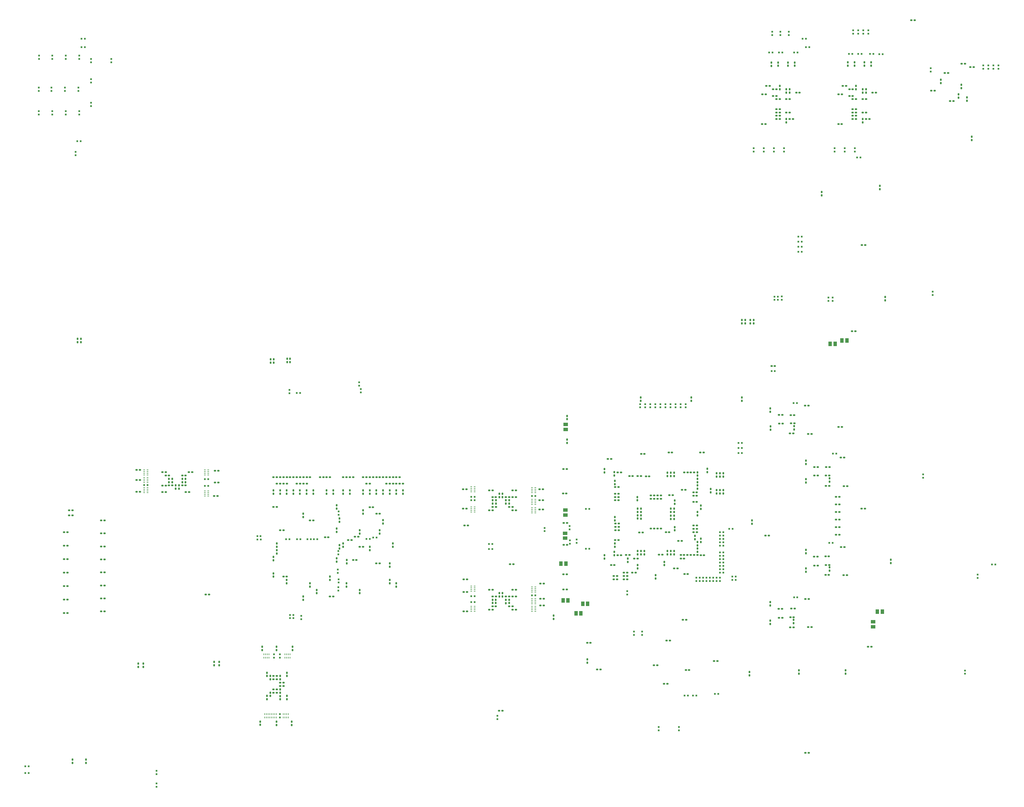
<source format=gbp>
%FSLAX25Y25*%
%MOIN*%
G70*
G01*
G75*
G04 Layer_Color=128*
%ADD10C,0.00500*%
%ADD11C,0.00500*%
G04:AMPARAMS|DCode=12|XSize=19.69mil|YSize=23.62mil|CornerRadius=4.92mil|HoleSize=0mil|Usage=FLASHONLY|Rotation=90.000|XOffset=0mil|YOffset=0mil|HoleType=Round|Shape=RoundedRectangle|*
%AMROUNDEDRECTD12*
21,1,0.01969,0.01378,0,0,90.0*
21,1,0.00984,0.02362,0,0,90.0*
1,1,0.00984,0.00689,0.00492*
1,1,0.00984,0.00689,-0.00492*
1,1,0.00984,-0.00689,-0.00492*
1,1,0.00984,-0.00689,0.00492*
%
%ADD12ROUNDEDRECTD12*%
%ADD13R,0.02362X0.02362*%
G04:AMPARAMS|DCode=14|XSize=19.69mil|YSize=23.62mil|CornerRadius=4.92mil|HoleSize=0mil|Usage=FLASHONLY|Rotation=0.000|XOffset=0mil|YOffset=0mil|HoleType=Round|Shape=RoundedRectangle|*
%AMROUNDEDRECTD14*
21,1,0.01969,0.01378,0,0,0.0*
21,1,0.00984,0.02362,0,0,0.0*
1,1,0.00984,0.00492,-0.00689*
1,1,0.00984,-0.00492,-0.00689*
1,1,0.00984,-0.00492,0.00689*
1,1,0.00984,0.00492,0.00689*
%
%ADD14ROUNDEDRECTD14*%
%ADD15R,0.01378X0.03347*%
%ADD16R,0.02362X0.02362*%
%ADD17R,0.03937X0.05512*%
%ADD18R,0.06299X0.06299*%
%ADD19R,0.03150X0.01102*%
%ADD20R,0.01102X0.03150*%
%ADD21R,0.06299X0.06299*%
%ADD22R,0.05512X0.01575*%
%ADD23R,0.07087X0.07087*%
%ADD24R,0.01181X0.03740*%
%ADD25R,0.05512X0.05512*%
%ADD26R,0.03740X0.01181*%
%ADD27R,0.06496X0.01181*%
%ADD28R,0.06181X0.07402*%
%ADD29R,0.11811X0.11811*%
%ADD30R,0.01102X0.03347*%
%ADD31R,0.03347X0.01102*%
%ADD32R,0.01181X0.03150*%
%ADD33R,0.03150X0.01181*%
%ADD34R,0.17716X0.17716*%
%ADD35R,0.11811X0.11811*%
%ADD36R,0.12992X0.12992*%
%ADD37R,0.03740X0.01378*%
%ADD38R,0.01378X0.03740*%
%ADD39R,0.12992X0.12992*%
%ADD40C,0.01969*%
%ADD41C,0.03937*%
%ADD42C,0.01772*%
%ADD43R,0.07087X0.07087*%
%ADD44R,0.15590X0.15590*%
%ADD45R,0.01600X0.08500*%
%ADD46R,0.71000X0.02000*%
%ADD47R,0.01654X0.04803*%
%ADD48R,0.80000X0.15000*%
%ADD49R,0.05512X0.03937*%
%ADD50R,0.03150X0.03150*%
%ADD51R,0.10827X0.09449*%
%ADD52R,0.06890X0.01181*%
%ADD53R,0.08661X0.05709*%
%ADD54R,0.04331X0.10236*%
%ADD55R,0.05709X0.08661*%
%ADD56R,0.09449X0.10827*%
%ADD57R,0.06693X0.01378*%
%ADD58R,0.07874X0.07087*%
%ADD59R,0.07874X0.04331*%
%ADD60R,0.07087X0.07874*%
%ADD61R,0.03937X0.02756*%
%ADD62R,0.01378X0.06102*%
%ADD63R,0.01772X0.07087*%
%ADD64R,0.07087X0.02362*%
%ADD65R,0.02756X0.03937*%
%ADD66R,0.01772X0.06299*%
%ADD67R,0.01181X0.06496*%
%ADD68R,0.06299X0.01772*%
%ADD69R,0.01378X0.07087*%
%ADD70R,0.07047X0.05000*%
%ADD71R,0.12500X0.07008*%
%ADD72R,0.12598X0.13976*%
%ADD73R,0.27953X0.11024*%
%ADD74R,0.13976X0.12598*%
%ADD75R,0.04331X0.05315*%
%ADD76R,0.05315X0.04331*%
%ADD77R,0.03347X0.03150*%
%ADD78R,0.06693X0.04528*%
%ADD79R,0.04528X0.06693*%
%ADD80R,0.03937X0.07087*%
%ADD81R,0.07087X0.03937*%
%ADD82R,0.07087X0.04528*%
%ADD83R,0.05512X0.04331*%
%ADD84R,0.10236X0.04331*%
%ADD85R,0.25394X0.07874*%
%ADD86R,0.04331X0.05512*%
%ADD87R,0.07874X0.25394*%
%ADD88O,0.08071X0.02362*%
%ADD89R,0.03347X0.01378*%
%ADD90R,0.20000X0.05000*%
%ADD91R,0.05118X0.03937*%
%ADD92R,0.05118X0.02362*%
%ADD93R,0.02165X0.00787*%
%ADD94R,0.05512X0.04724*%
%ADD95R,0.05000X0.14488*%
%ADD96R,0.15748X0.05906*%
%ADD97R,0.05906X0.15748*%
%ADD98R,0.14488X0.05000*%
%ADD99R,0.03347X0.01969*%
%ADD100R,0.05000X0.01693*%
%ADD101O,0.00984X0.06102*%
%ADD102O,0.06102X0.00984*%
%ADD103R,0.08268X0.12598*%
%ADD104R,0.04724X0.07677*%
%ADD105R,0.03740X0.07874*%
%ADD106R,0.06102X0.08661*%
%ADD107R,0.06102X0.16417*%
%ADD108R,0.05906X0.06496*%
%ADD109R,0.05906X0.04331*%
%ADD110R,0.06299X0.07362*%
%ADD111R,0.02362X0.08858*%
%ADD112C,0.00800*%
%ADD113C,0.01000*%
%ADD114C,0.02500*%
%ADD115C,0.01200*%
%ADD116C,0.05000*%
%ADD117C,0.02000*%
%ADD118C,0.10000*%
%ADD119C,0.01500*%
%ADD120C,0.00600*%
%ADD121R,0.11500X0.04000*%
%ADD122C,0.04500*%
%ADD123C,0.12000*%
%ADD124C,0.09646*%
%ADD125C,0.06378*%
%ADD126C,0.09055*%
%ADD127C,0.12598*%
%ADD128C,0.05906*%
%ADD129C,0.31496*%
G04:AMPARAMS|DCode=130|XSize=51.18mil|YSize=86.61mil|CornerRadius=12.8mil|HoleSize=0mil|Usage=FLASHONLY|Rotation=180.000|XOffset=0mil|YOffset=0mil|HoleType=Round|Shape=RoundedRectangle|*
%AMROUNDEDRECTD130*
21,1,0.05118,0.06102,0,0,180.0*
21,1,0.02559,0.08661,0,0,180.0*
1,1,0.02559,-0.01280,0.03051*
1,1,0.02559,0.01280,0.03051*
1,1,0.02559,0.01280,-0.03051*
1,1,0.02559,-0.01280,-0.03051*
%
%ADD130ROUNDEDRECTD130*%
%ADD131C,0.04724*%
G04:AMPARAMS|DCode=132|XSize=47.24mil|YSize=110.24mil|CornerRadius=11.81mil|HoleSize=0mil|Usage=FLASHONLY|Rotation=270.000|XOffset=0mil|YOffset=0mil|HoleType=Round|Shape=RoundedRectangle|*
%AMROUNDEDRECTD132*
21,1,0.04724,0.08661,0,0,270.0*
21,1,0.02362,0.11024,0,0,270.0*
1,1,0.02362,-0.04331,-0.01181*
1,1,0.02362,-0.04331,0.01181*
1,1,0.02362,0.04331,0.01181*
1,1,0.02362,0.04331,-0.01181*
%
%ADD132ROUNDEDRECTD132*%
%ADD133C,0.07874*%
%ADD134C,0.04331*%
%ADD135R,0.07874X0.07874*%
%ADD136C,0.08661*%
%ADD137C,0.07087*%
%ADD138C,0.09843*%
%ADD139C,0.12205*%
%ADD140C,0.13780*%
G04:AMPARAMS|DCode=141|XSize=78.74mil|YSize=118.11mil|CornerRadius=19.69mil|HoleSize=0mil|Usage=FLASHONLY|Rotation=270.000|XOffset=0mil|YOffset=0mil|HoleType=Round|Shape=RoundedRectangle|*
%AMROUNDEDRECTD141*
21,1,0.07874,0.07874,0,0,270.0*
21,1,0.03937,0.11811,0,0,270.0*
1,1,0.03937,-0.03937,-0.01969*
1,1,0.03937,-0.03937,0.01969*
1,1,0.03937,0.03937,0.01969*
1,1,0.03937,0.03937,-0.01969*
%
%ADD141ROUNDEDRECTD141*%
%ADD142C,0.05512*%
%ADD143C,0.09252*%
%ADD144C,0.05591*%
%ADD145C,0.06437*%
%ADD146C,0.11811*%
%ADD147C,0.01940*%
%ADD148C,0.01900*%
%ADD149C,0.02000*%
%ADD150C,0.02598*%
%ADD151C,0.01860*%
%ADD152C,0.05000*%
%ADD153C,0.04000*%
%ADD154C,0.07040*%
%ADD155C,0.04409*%
%ADD156C,0.14743*%
%ADD157C,0.08149*%
G04:AMPARAMS|DCode=158|XSize=117.087mil|YSize=117.087mil|CornerRadius=0mil|HoleSize=0mil|Usage=FLASHONLY|Rotation=0.000|XOffset=0mil|YOffset=0mil|HoleType=Round|Shape=Relief|Width=15mil|Gap=10mil|Entries=4|*
%AMTHD158*
7,0,0,0.11709,0.09709,0.01500,45*
%
%ADD158THD158*%
%ADD159C,0.06456*%
G04:AMPARAMS|DCode=160|XSize=100.157mil|YSize=100.157mil|CornerRadius=0mil|HoleSize=0mil|Usage=FLASHONLY|Rotation=0.000|XOffset=0mil|YOffset=0mil|HoleType=Round|Shape=Relief|Width=15mil|Gap=10mil|Entries=4|*
%AMTHD160*
7,0,0,0.10016,0.08016,0.01500,45*
%
%ADD160THD160*%
G04:AMPARAMS|DCode=161|XSize=122.992mil|YSize=122.992mil|CornerRadius=0mil|HoleSize=0mil|Usage=FLASHONLY|Rotation=0.000|XOffset=0mil|YOffset=0mil|HoleType=Round|Shape=Relief|Width=15mil|Gap=10mil|Entries=4|*
%AMTHD161*
7,0,0,0.12299,0.10299,0.01500,45*
%
%ADD161THD161*%
%ADD162C,0.15235*%
%ADD163C,0.05983*%
G04:AMPARAMS|DCode=164|XSize=95.433mil|YSize=95.433mil|CornerRadius=0mil|HoleSize=0mil|Usage=FLASHONLY|Rotation=0.000|XOffset=0mil|YOffset=0mil|HoleType=Round|Shape=Relief|Width=15mil|Gap=10mil|Entries=4|*
%AMTHD164*
7,0,0,0.09543,0.07543,0.01500,45*
%
%ADD164THD164*%
%ADD165C,0.17440*%
G04:AMPARAMS|DCode=166|XSize=210mil|YSize=210mil|CornerRadius=0mil|HoleSize=0mil|Usage=FLASHONLY|Rotation=0.000|XOffset=0mil|YOffset=0mil|HoleType=Round|Shape=Relief|Width=15mil|Gap=10mil|Entries=4|*
%AMTHD166*
7,0,0,0.21000,0.19000,0.01500,45*
%
%ADD166THD166*%
%AMTHOVALD167*
21,1,0.03543,0.09937,0,0,270.0*
1,1,0.09937,0.00000,0.01772*
1,1,0.09937,0.00000,-0.01772*
21,0,0.03543,0.07937,0,0,270.0*
1,0,0.07937,0.00000,0.01772*
1,0,0.07937,0.00000,-0.01772*
4,0,4,-0.00530,0.01241,-0.04044,0.04755,-0.02983,0.05815,0.00530,0.02302,-0.00530,0.01241,0.0*
4,0,4,-0.00530,-0.02302,0.02983,-0.05815,0.04044,-0.04755,0.00530,-0.01241,-0.00530,-0.02302,0.0*
4,0,4,-0.00530,0.02302,0.02983,0.05815,0.04044,0.04755,0.00530,0.01241,-0.00530,0.02302,0.0*
4,0,4,-0.00530,-0.01241,-0.04044,-0.04755,-0.02983,-0.05815,0.00530,-0.02302,-0.00530,-0.01241,0.0*
%
%ADD167THOVALD167*%

G04:AMPARAMS|DCode=168|XSize=91.496mil|YSize=91.496mil|CornerRadius=0mil|HoleSize=0mil|Usage=FLASHONLY|Rotation=0.000|XOffset=0mil|YOffset=0mil|HoleType=Round|Shape=Relief|Width=15mil|Gap=10mil|Entries=4|*
%AMTHD168*
7,0,0,0.09150,0.07150,0.01500,45*
%
%ADD168THD168*%
%ADD169C,0.05590*%
%AMTHOVALD170*
21,1,0.06299,0.09150,0,0,360.0*
1,1,0.09150,-0.03150,0.00000*
1,1,0.09150,0.03150,0.00000*
21,0,0.06299,0.07150,0,0,360.0*
1,0,0.07150,-0.03150,0.00000*
1,0,0.07150,0.03150,0.00000*
4,0,4,-0.02619,-0.00530,-0.05854,-0.03765,-0.06915,-0.02705,-0.03680,0.00530,-0.02619,-0.00530,0.0*
4,0,4,0.03680,-0.00530,0.06915,0.02705,0.05854,0.03765,0.02619,0.00530,0.03680,-0.00530,0.0*
4,0,4,-0.03680,-0.00530,-0.06915,0.02705,-0.05854,0.03765,-0.02619,0.00530,-0.03680,-0.00530,0.0*
4,0,4,0.02619,-0.00530,0.05854,-0.03765,0.06915,-0.02705,0.03680,0.00530,0.02619,-0.00530,0.0*
%
%ADD170THOVALD170*%

%ADD171C,0.07164*%
G04:AMPARAMS|DCode=172|XSize=107.244mil|YSize=107.244mil|CornerRadius=0mil|HoleSize=0mil|Usage=FLASHONLY|Rotation=0.000|XOffset=0mil|YOffset=0mil|HoleType=Round|Shape=Relief|Width=15mil|Gap=10mil|Entries=4|*
%AMTHD172*
7,0,0,0.10724,0.08724,0.01500,45*
%
%ADD172THD172*%
G04:AMPARAMS|DCode=173|XSize=83.622mil|YSize=83.622mil|CornerRadius=0mil|HoleSize=0mil|Usage=FLASHONLY|Rotation=0.000|XOffset=0mil|YOffset=0mil|HoleType=Round|Shape=Relief|Width=15mil|Gap=10mil|Entries=4|*
%AMTHD173*
7,0,0,0.08362,0.06362,0.01500,45*
%
%ADD173THD173*%
%ADD174C,0.04802*%
%ADD175C,0.06771*%
G04:AMPARAMS|DCode=176|XSize=103.307mil|YSize=103.307mil|CornerRadius=0mil|HoleSize=0mil|Usage=FLASHONLY|Rotation=0.000|XOffset=0mil|YOffset=0mil|HoleType=Round|Shape=Relief|Width=15mil|Gap=10mil|Entries=4|*
%AMTHD176*
7,0,0,0.10331,0.08331,0.01500,45*
%
%ADD176THD176*%
G04:AMPARAMS|DCode=177|XSize=126.929mil|YSize=126.929mil|CornerRadius=0mil|HoleSize=0mil|Usage=FLASHONLY|Rotation=0.000|XOffset=0mil|YOffset=0mil|HoleType=Round|Shape=Relief|Width=15mil|Gap=10mil|Entries=4|*
%AMTHD177*
7,0,0,0.12693,0.10693,0.01500,45*
%
%ADD177THD177*%
%ADD178C,0.08346*%
%ADD179C,0.15038*%
%ADD180C,0.12086*%
%ADD181O,0.12204X0.09133*%
G04:AMPARAMS|DCode=182|XSize=87.559mil|YSize=87.559mil|CornerRadius=0mil|HoleSize=0mil|Usage=FLASHONLY|Rotation=0.000|XOffset=0mil|YOffset=0mil|HoleType=Round|Shape=Relief|Width=15mil|Gap=10mil|Entries=4|*
%AMTHD182*
7,0,0,0.08756,0.06756,0.01500,45*
%
%ADD182THD182*%
%ADD183C,0.05196*%
%ADD184C,0.11889*%
G04:AMPARAMS|DCode=185|XSize=92.284mil|YSize=92.284mil|CornerRadius=0mil|HoleSize=0mil|Usage=FLASHONLY|Rotation=0.000|XOffset=0mil|YOffset=0mil|HoleType=Round|Shape=Relief|Width=15mil|Gap=10mil|Entries=4|*
%AMTHD185*
7,0,0,0.09228,0.07228,0.01500,45*
%
%ADD185THD185*%
G04:AMPARAMS|DCode=186|XSize=99.37mil|YSize=99.37mil|CornerRadius=0mil|HoleSize=0mil|Usage=FLASHONLY|Rotation=0.000|XOffset=0mil|YOffset=0mil|HoleType=Round|Shape=Relief|Width=15mil|Gap=10mil|Entries=4|*
%AMTHD186*
7,0,0,0.09937,0.07937,0.01500,45*
%
%ADD186THD186*%
%ADD187C,0.06377*%
%ADD188C,0.11495*%
%ADD189C,0.06062*%
G04:AMPARAMS|DCode=190|XSize=96.221mil|YSize=96.221mil|CornerRadius=0mil|HoleSize=0mil|Usage=FLASHONLY|Rotation=0.000|XOffset=0mil|YOffset=0mil|HoleType=Round|Shape=Relief|Width=15mil|Gap=10mil|Entries=4|*
%AMTHD190*
7,0,0,0.09622,0.07622,0.01500,45*
%
%ADD190THD190*%
%ADD191C,0.03440*%
%ADD192C,0.03739*%
%ADD193C,0.00380*%
%ADD194C,0.00394*%
%ADD195C,0.22874*%
%ADD196C,0.00380*%
%ADD197C,0.07000*%
%ADD198C,0.08739*%
%ADD199O,0.06377X0.09920*%
%ADD200O,0.11889X0.05590*%
%ADD201C,0.09133*%
%ADD202C,0.05668*%
%ADD203C,0.03444*%
%ADD204C,0.05240*%
%ADD205R,0.00787X0.02165*%
%ADD206C,0.00984*%
%ADD207C,0.02362*%
%ADD208C,0.00787*%
%ADD209C,0.06000*%
%ADD210C,0.00315*%
%ADD211C,0.00300*%
%ADD212C,0.00100*%
%ADD213C,0.00591*%
%ADD214C,0.00900*%
%ADD215R,0.04409X0.04409*%
%ADD216R,0.04409X0.04409*%
%ADD217R,0.04961X0.04961*%
%ADD218R,0.03858X0.03858*%
%ADD219R,0.03961X0.05181*%
%ADD220R,0.08268X0.08268*%
%ADD221R,0.12402X0.12402*%
%ADD222R,0.08268X0.08268*%
%ADD223R,0.09095X0.09095*%
%ADD224R,0.09095X0.09095*%
%ADD225R,0.12211X0.12211*%
%ADD226R,0.01502X0.03747*%
%ADD227R,0.03747X0.01502*%
%ADD228R,0.01581X0.03550*%
%ADD229R,0.03550X0.01581*%
%ADD230R,0.18116X0.18116*%
%ADD231R,0.12211X0.12211*%
%ADD232C,0.02569*%
%ADD233C,0.07874*%
%ADD234C,0.02372*%
%ADD235R,0.02000X0.08900*%
%ADD236R,0.71400X0.02400*%
%ADD237R,0.07290X0.01581*%
%ADD238O,0.01384X0.06502*%
%ADD239O,0.06502X0.01384*%
%ADD240C,0.04900*%
%ADD241C,0.02998*%
D12*
X793831Y144299D02*
D03*
X797768D02*
D03*
X254268Y250299D02*
D03*
X250331D02*
D03*
X1028496Y665480D02*
D03*
X1032433D02*
D03*
X602268Y112299D02*
D03*
X598331D02*
D03*
X674886Y309401D02*
D03*
X678823D02*
D03*
Y335401D02*
D03*
X674886D02*
D03*
X674070Y370399D02*
D03*
X678007D02*
D03*
X678623Y399299D02*
D03*
X674686D02*
D03*
X674696Y256424D02*
D03*
X678633D02*
D03*
X674696Y274424D02*
D03*
X678633D02*
D03*
X1017031Y563000D02*
D03*
X1020968D02*
D03*
X927165Y838583D02*
D03*
X931102D02*
D03*
X927165Y814961D02*
D03*
X931102D02*
D03*
X927165Y818898D02*
D03*
X931102D02*
D03*
X942913Y822835D02*
D03*
X938976D02*
D03*
X942913Y838583D02*
D03*
X938976D02*
D03*
X927165Y822835D02*
D03*
X931102D02*
D03*
X946850Y814961D02*
D03*
X942913D02*
D03*
X923228Y842520D02*
D03*
X927165D02*
D03*
X914567Y844488D02*
D03*
X910630D02*
D03*
X950787Y846457D02*
D03*
X954724D02*
D03*
X927165Y826772D02*
D03*
X931102D02*
D03*
X914173Y809055D02*
D03*
X910236D02*
D03*
X923228Y850394D02*
D03*
X927165D02*
D03*
X919291Y854429D02*
D03*
X915354D02*
D03*
X92268Y350299D02*
D03*
X88331D02*
D03*
X92268Y344299D02*
D03*
X88331D02*
D03*
X126331Y230299D02*
D03*
X130268D02*
D03*
X126331Y245728D02*
D03*
X130268D02*
D03*
X126331Y261156D02*
D03*
X130268D02*
D03*
X126331Y276585D02*
D03*
X130268D02*
D03*
X126331Y292013D02*
D03*
X130268D02*
D03*
X126331Y307442D02*
D03*
X130268D02*
D03*
X126331Y322871D02*
D03*
X130268D02*
D03*
X126331Y338299D02*
D03*
X130268D02*
D03*
X86268Y276299D02*
D03*
X82331D02*
D03*
X86268Y260299D02*
D03*
X82331D02*
D03*
X86268Y324299D02*
D03*
X82331D02*
D03*
X86268Y292299D02*
D03*
X82331D02*
D03*
X86268Y308299D02*
D03*
X82331D02*
D03*
X86268Y228299D02*
D03*
X82331D02*
D03*
X86268Y244299D02*
D03*
X82331D02*
D03*
X261331Y397299D02*
D03*
X265268D02*
D03*
X261331Y383299D02*
D03*
X265268D02*
D03*
X260331Y367299D02*
D03*
X264268D02*
D03*
X172268Y398299D02*
D03*
X168331D02*
D03*
X172268Y386299D02*
D03*
X168331D02*
D03*
X172268Y372299D02*
D03*
X168331D02*
D03*
X330709Y153543D02*
D03*
X334646D02*
D03*
X330709Y149606D02*
D03*
X334646D02*
D03*
X330709Y137697D02*
D03*
X334646D02*
D03*
X330709Y133858D02*
D03*
X334646D02*
D03*
X202854Y379823D02*
D03*
X198917D02*
D03*
X210630Y379921D02*
D03*
X206693D02*
D03*
X222441D02*
D03*
X226378D02*
D03*
X342520Y145669D02*
D03*
X338583D02*
D03*
X342421Y141831D02*
D03*
X338484D02*
D03*
X389764Y389764D02*
D03*
X385827D02*
D03*
X202756Y395669D02*
D03*
X198819D02*
D03*
X222441Y391732D02*
D03*
X226378D02*
D03*
X202854Y372047D02*
D03*
X198917D02*
D03*
X226476Y372146D02*
D03*
X230413D02*
D03*
X230315Y395669D02*
D03*
X234252D02*
D03*
X206693Y391732D02*
D03*
X202756D02*
D03*
X615268Y286299D02*
D03*
X611331D02*
D03*
X560268Y253299D02*
D03*
X556331D02*
D03*
X647331Y237299D02*
D03*
X651268D02*
D03*
X647331Y263299D02*
D03*
X651268D02*
D03*
X560268Y230299D02*
D03*
X556331D02*
D03*
X560268Y268299D02*
D03*
X556331D02*
D03*
X647331Y245299D02*
D03*
X651268D02*
D03*
X397638Y389764D02*
D03*
X393701D02*
D03*
X559468Y375299D02*
D03*
X555531D02*
D03*
X561268Y332299D02*
D03*
X557331D02*
D03*
X646331Y362299D02*
D03*
X650268D02*
D03*
X559480Y352299D02*
D03*
X555543D02*
D03*
X646331Y375299D02*
D03*
X650268D02*
D03*
X646331Y351299D02*
D03*
X650268D02*
D03*
X413386Y389764D02*
D03*
X417323D02*
D03*
X421260D02*
D03*
X425197D02*
D03*
X594488Y248031D02*
D03*
X590551D02*
D03*
X606299D02*
D03*
X610236D02*
D03*
X614173D02*
D03*
X618110D02*
D03*
X437008Y389764D02*
D03*
X440945D02*
D03*
X614173Y366142D02*
D03*
X618110D02*
D03*
X594390D02*
D03*
X590453D02*
D03*
X606299D02*
D03*
X610236D02*
D03*
X440945Y381890D02*
D03*
X444882D02*
D03*
X590650Y232283D02*
D03*
X586713D02*
D03*
X614173Y255906D02*
D03*
X618110D02*
D03*
X614173Y232283D02*
D03*
X618110D02*
D03*
X610236Y236220D02*
D03*
X614173D02*
D03*
X594390D02*
D03*
X590453D02*
D03*
X590551Y255905D02*
D03*
X586614D02*
D03*
X464567Y381890D02*
D03*
X468504D02*
D03*
X614173Y350394D02*
D03*
X618110D02*
D03*
X614173Y374016D02*
D03*
X618110D02*
D03*
X610236Y354331D02*
D03*
X614173D02*
D03*
X590551Y350394D02*
D03*
X586614D02*
D03*
X590551Y374016D02*
D03*
X586614D02*
D03*
X594488Y354331D02*
D03*
X590551D02*
D03*
X330609Y354231D02*
D03*
X334546D02*
D03*
X452756Y346307D02*
D03*
X456693D02*
D03*
X448669Y354181D02*
D03*
X444732D02*
D03*
X968768Y211799D02*
D03*
X964831D02*
D03*
X373916Y338483D02*
D03*
X377853D02*
D03*
X338483Y326672D02*
D03*
X342420D02*
D03*
X436908Y306987D02*
D03*
X432971D02*
D03*
X456593Y287302D02*
D03*
X452656D02*
D03*
X429034Y291239D02*
D03*
X425097D02*
D03*
X342420Y271554D02*
D03*
X346357D02*
D03*
X401475Y247931D02*
D03*
X397538D02*
D03*
X1003677Y413175D02*
D03*
X1007614D02*
D03*
X330709Y389764D02*
D03*
X334646D02*
D03*
Y381890D02*
D03*
X338583D02*
D03*
X358268D02*
D03*
X362205D02*
D03*
X354331Y389764D02*
D03*
X358268D02*
D03*
X370079D02*
D03*
X374016D02*
D03*
X452756D02*
D03*
X456693D02*
D03*
X476378Y381890D02*
D03*
X472441D02*
D03*
X484252D02*
D03*
X480315D02*
D03*
X468504Y389764D02*
D03*
X472441D02*
D03*
X338583D02*
D03*
X342520D02*
D03*
Y381890D02*
D03*
X346457D02*
D03*
Y389764D02*
D03*
X350394D02*
D03*
X362205D02*
D03*
X366142D02*
D03*
Y381890D02*
D03*
X370079D02*
D03*
X460630Y389764D02*
D03*
X464567D02*
D03*
X480315D02*
D03*
X476378D02*
D03*
X444882D02*
D03*
X448819D02*
D03*
X395669Y318298D02*
D03*
X391732D02*
D03*
X419291Y314961D02*
D03*
X423228D02*
D03*
X431102Y318898D02*
D03*
X427165D02*
D03*
X1017717Y822835D02*
D03*
X1021654D02*
D03*
X1033465D02*
D03*
X1029528D02*
D03*
X1017717Y818898D02*
D03*
X1021654D02*
D03*
X1033465Y838583D02*
D03*
X1029528D02*
D03*
X1017717D02*
D03*
X1021654D02*
D03*
X1017717Y814961D02*
D03*
X1021654D02*
D03*
X1004823Y844488D02*
D03*
X1000886D02*
D03*
X1004724Y809055D02*
D03*
X1000787D02*
D03*
X1041339Y846457D02*
D03*
X1045276D02*
D03*
X1013780Y842520D02*
D03*
X1017717D02*
D03*
Y826772D02*
D03*
X1021654D02*
D03*
X1037402Y814961D02*
D03*
X1033465D02*
D03*
X1009843Y854429D02*
D03*
X1005906D02*
D03*
X1013780Y850394D02*
D03*
X1017717D02*
D03*
X853331Y171299D02*
D03*
X857268D02*
D03*
X819731Y160699D02*
D03*
X823668D02*
D03*
X796831Y195799D02*
D03*
X800768D02*
D03*
X816331Y220299D02*
D03*
X820268D02*
D03*
X781831Y166520D02*
D03*
X785768D02*
D03*
X961678Y244929D02*
D03*
X965615D02*
D03*
X943764Y223275D02*
D03*
X947701D02*
D03*
X944831Y233799D02*
D03*
X948768D02*
D03*
X930331Y222799D02*
D03*
X934268D02*
D03*
X929985Y233511D02*
D03*
X933922D02*
D03*
X947505Y211464D02*
D03*
X943568D02*
D03*
X985447Y295699D02*
D03*
X989384D02*
D03*
X1010768Y273299D02*
D03*
X1006831D02*
D03*
X972331Y284799D02*
D03*
X976268D02*
D03*
X1003831Y306799D02*
D03*
X1007768D02*
D03*
X971864Y295502D02*
D03*
X975801D02*
D03*
X986037Y285463D02*
D03*
X989974D02*
D03*
X989384Y273652D02*
D03*
X985447D02*
D03*
X985831Y391799D02*
D03*
X989768D02*
D03*
X972331Y401799D02*
D03*
X976268D02*
D03*
X1011067Y379004D02*
D03*
X1007130D02*
D03*
X986319Y401673D02*
D03*
X990256D02*
D03*
X972187Y391725D02*
D03*
X976124D02*
D03*
X989764Y379528D02*
D03*
X985827D02*
D03*
X1028331Y352299D02*
D03*
X1032268D02*
D03*
X817717Y293110D02*
D03*
X813780D02*
D03*
X997931Y366199D02*
D03*
X1001868D02*
D03*
X997931Y357199D02*
D03*
X1001868D02*
D03*
X997931Y348199D02*
D03*
X1001868D02*
D03*
X997931Y339199D02*
D03*
X1001868D02*
D03*
X997931Y321199D02*
D03*
X1001868D02*
D03*
X997931Y330199D02*
D03*
X1001868D02*
D03*
X914331Y320299D02*
D03*
X918268D02*
D03*
X1087331Y932299D02*
D03*
X1091268D02*
D03*
X1146831Y880799D02*
D03*
X1150768D02*
D03*
X1130768Y869799D02*
D03*
X1126831D02*
D03*
X1110831Y848799D02*
D03*
X1114768D02*
D03*
X1137268Y836299D02*
D03*
X1133331D02*
D03*
X1157331Y876799D02*
D03*
X1161268D02*
D03*
X706668Y192999D02*
D03*
X702731D02*
D03*
X718504Y161417D02*
D03*
X714567D02*
D03*
X925368Y521599D02*
D03*
X921431D02*
D03*
X738976Y395276D02*
D03*
X742913D02*
D03*
X731102Y411220D02*
D03*
X727165D02*
D03*
X778346Y368110D02*
D03*
X782283D02*
D03*
X756693Y390945D02*
D03*
X752756D02*
D03*
X766535D02*
D03*
X762598D02*
D03*
X776378Y390839D02*
D03*
X772441D02*
D03*
X790157Y368110D02*
D03*
X786220D02*
D03*
X832677Y371654D02*
D03*
X828740D02*
D03*
X832677Y367717D02*
D03*
X828740D02*
D03*
X832677Y360236D02*
D03*
X828740D02*
D03*
X832874Y332480D02*
D03*
X828937D02*
D03*
X832874Y328346D02*
D03*
X828937D02*
D03*
X832874Y324409D02*
D03*
X828937D02*
D03*
X768504Y324016D02*
D03*
X764567D02*
D03*
X736220Y326772D02*
D03*
X740157D02*
D03*
X736220Y330709D02*
D03*
X740157D02*
D03*
X736220Y334646D02*
D03*
X740157D02*
D03*
X735827Y362205D02*
D03*
X739764D02*
D03*
X735827Y366142D02*
D03*
X739764D02*
D03*
X735827Y370079D02*
D03*
X739764D02*
D03*
X778346Y364173D02*
D03*
X782283D02*
D03*
X790256Y364075D02*
D03*
X786319D02*
D03*
X790157Y328642D02*
D03*
X786220D02*
D03*
X778346Y328740D02*
D03*
X782283D02*
D03*
X738976Y297047D02*
D03*
X742913D02*
D03*
X748819Y297244D02*
D03*
X752756D02*
D03*
X735039Y285236D02*
D03*
X731102D02*
D03*
X766732Y417520D02*
D03*
X770669D02*
D03*
X739961Y377953D02*
D03*
X736024D02*
D03*
X739961Y314961D02*
D03*
X736024D02*
D03*
X836811Y418898D02*
D03*
X840748D02*
D03*
X819094Y374803D02*
D03*
X815157D02*
D03*
X803346Y418898D02*
D03*
X799409D02*
D03*
X817913Y395276D02*
D03*
X821850D02*
D03*
X829528Y395472D02*
D03*
X825591D02*
D03*
X800197Y368307D02*
D03*
X804134D02*
D03*
X758661Y293110D02*
D03*
X762598D02*
D03*
X738268Y272299D02*
D03*
X734331D02*
D03*
X738268Y268299D02*
D03*
X734331D02*
D03*
X756331Y276299D02*
D03*
X760268D02*
D03*
X750268D02*
D03*
X746331D02*
D03*
X750268Y272299D02*
D03*
X746331D02*
D03*
X750268Y268299D02*
D03*
X746331D02*
D03*
X822047Y274606D02*
D03*
X818110D02*
D03*
X837423Y297051D02*
D03*
X841360D02*
D03*
X811024Y314173D02*
D03*
X814961D02*
D03*
X805905Y281299D02*
D03*
X809843D02*
D03*
X825591Y297244D02*
D03*
X821654D02*
D03*
X800000Y324213D02*
D03*
X796063D02*
D03*
X787992Y297638D02*
D03*
X791929D02*
D03*
X829528Y297244D02*
D03*
X833465D02*
D03*
X817717D02*
D03*
X813780D02*
D03*
X1035831Y188299D02*
D03*
X1039768D02*
D03*
X1000831Y449299D02*
D03*
X1004768D02*
D03*
X961331Y474799D02*
D03*
X965268D02*
D03*
X930555Y453216D02*
D03*
X934492D02*
D03*
X944531Y453610D02*
D03*
X948468D02*
D03*
X930331Y463799D02*
D03*
X934268D02*
D03*
X944291Y463484D02*
D03*
X948228D02*
D03*
X947268Y441799D02*
D03*
X943331D02*
D03*
X968738Y441192D02*
D03*
X964801D02*
D03*
X961531Y62500D02*
D03*
X965469D02*
D03*
D13*
X874831Y271799D02*
D03*
X878768D02*
D03*
X874831Y267799D02*
D03*
X878768D02*
D03*
X101868Y788699D02*
D03*
X97931D02*
D03*
X871331Y328299D02*
D03*
X875268D02*
D03*
X358231Y489799D02*
D03*
X362168D02*
D03*
X918462Y893999D02*
D03*
X922399D02*
D03*
X930362Y894099D02*
D03*
X934299D02*
D03*
X952136Y893899D02*
D03*
X948199D02*
D03*
X962236Y910299D02*
D03*
X958299D02*
D03*
X966236Y900299D02*
D03*
X962299D02*
D03*
X1013362Y892299D02*
D03*
X1017299D02*
D03*
X1024362D02*
D03*
X1028299D02*
D03*
X1042236D02*
D03*
X1038299D02*
D03*
X1053236Y891999D02*
D03*
X1049299D02*
D03*
X822268Y130299D02*
D03*
X818331D02*
D03*
X828331D02*
D03*
X832268D02*
D03*
X858268Y132299D02*
D03*
X854331D02*
D03*
X586331Y304299D02*
D03*
X590268D02*
D03*
X586331Y310299D02*
D03*
X590268D02*
D03*
X249331Y387299D02*
D03*
X253268D02*
D03*
X249331Y379299D02*
D03*
X253268D02*
D03*
X181268Y380299D02*
D03*
X177331D02*
D03*
X569268Y241299D02*
D03*
X565331D02*
D03*
X569268Y248299D02*
D03*
X565331D02*
D03*
X569268Y362299D02*
D03*
X565331D02*
D03*
X637331Y249299D02*
D03*
X641268D02*
D03*
X569268Y366299D02*
D03*
X565331D02*
D03*
X311431Y319599D02*
D03*
X315368D02*
D03*
X315468Y315799D02*
D03*
X311531D02*
D03*
X886268Y430299D02*
D03*
X882331D02*
D03*
X886268Y424299D02*
D03*
X882331D02*
D03*
X1022831Y769299D02*
D03*
X1026768D02*
D03*
X886268Y418299D02*
D03*
X882331D02*
D03*
X948095Y246897D02*
D03*
X952032D02*
D03*
X989831Y311799D02*
D03*
X993768D02*
D03*
X994331Y417799D02*
D03*
X998268D02*
D03*
X860331Y316299D02*
D03*
X864268D02*
D03*
X860331Y320299D02*
D03*
X864268D02*
D03*
X860331Y324299D02*
D03*
X864268D02*
D03*
X860331Y308299D02*
D03*
X864268D02*
D03*
X860331Y300299D02*
D03*
X864268D02*
D03*
X860331Y312299D02*
D03*
X864268D02*
D03*
X860331Y284299D02*
D03*
X864268D02*
D03*
X860331Y292299D02*
D03*
X864268D02*
D03*
X860331Y296299D02*
D03*
X864268D02*
D03*
X860331Y276299D02*
D03*
X864268D02*
D03*
X860331Y288299D02*
D03*
X864268D02*
D03*
X860331Y280299D02*
D03*
X864268D02*
D03*
X637331Y367299D02*
D03*
X641268D02*
D03*
X921431Y515599D02*
D03*
X925368D02*
D03*
X957268Y675299D02*
D03*
X953331D02*
D03*
X957268Y669299D02*
D03*
X953331D02*
D03*
X957268Y663299D02*
D03*
X953331D02*
D03*
X957268Y657299D02*
D03*
X953331D02*
D03*
X40268Y38299D02*
D03*
X36331D02*
D03*
X40268Y46299D02*
D03*
X36331D02*
D03*
X701331Y351999D02*
D03*
X705268D02*
D03*
X701131Y304799D02*
D03*
X705068D02*
D03*
X947678Y477622D02*
D03*
X951615D02*
D03*
X102981Y910499D02*
D03*
X106918D02*
D03*
X102981Y900349D02*
D03*
X106918D02*
D03*
X349468Y316000D02*
D03*
X345532D02*
D03*
X358531D02*
D03*
X362469D02*
D03*
X444969Y316500D02*
D03*
X441032D02*
D03*
X449031Y318000D02*
D03*
X452969D02*
D03*
X378532Y316000D02*
D03*
X382469D02*
D03*
X374969D02*
D03*
X371031D02*
D03*
X1186968Y286000D02*
D03*
X1183031D02*
D03*
D14*
X1159000Y790032D02*
D03*
Y793969D02*
D03*
X766299Y484268D02*
D03*
Y480331D02*
D03*
X826299Y484268D02*
D03*
Y480331D02*
D03*
X662799Y221331D02*
D03*
Y225268D02*
D03*
X678907Y430476D02*
D03*
Y434413D02*
D03*
X678892Y458585D02*
D03*
Y462522D02*
D03*
X330799Y525831D02*
D03*
Y529768D02*
D03*
X327299Y525831D02*
D03*
Y529768D02*
D03*
X346799Y526331D02*
D03*
Y530268D02*
D03*
X350199Y526331D02*
D03*
Y530268D02*
D03*
X806496Y330512D02*
D03*
Y326575D02*
D03*
X856299Y390331D02*
D03*
Y394268D02*
D03*
X860299Y390331D02*
D03*
Y394268D02*
D03*
X864299Y390331D02*
D03*
Y394268D02*
D03*
X1009299Y160268D02*
D03*
Y156331D02*
D03*
X953799Y160268D02*
D03*
Y156331D02*
D03*
X895299Y158268D02*
D03*
Y154331D02*
D03*
X980921Y724331D02*
D03*
Y728268D02*
D03*
X886299Y484268D02*
D03*
Y480331D02*
D03*
X176299Y164331D02*
D03*
Y168268D02*
D03*
X170299Y164331D02*
D03*
Y168268D02*
D03*
X266299Y166331D02*
D03*
Y170268D02*
D03*
X260299Y166331D02*
D03*
Y170268D02*
D03*
X948899Y882168D02*
D03*
Y878231D02*
D03*
X940899Y882168D02*
D03*
Y878231D02*
D03*
X929299Y882168D02*
D03*
Y878231D02*
D03*
X921299Y881968D02*
D03*
Y878031D02*
D03*
X900299Y576268D02*
D03*
Y572331D02*
D03*
X896299Y576268D02*
D03*
Y572331D02*
D03*
X938976Y811024D02*
D03*
Y814961D02*
D03*
X931102Y854331D02*
D03*
Y850394D02*
D03*
X942913D02*
D03*
Y846457D02*
D03*
X938976Y850394D02*
D03*
Y846457D02*
D03*
X98299Y550165D02*
D03*
Y554102D02*
D03*
X102299Y550165D02*
D03*
Y554102D02*
D03*
X108299Y54268D02*
D03*
Y50331D02*
D03*
X92299Y54268D02*
D03*
Y50331D02*
D03*
X314955Y99486D02*
D03*
Y95549D02*
D03*
X352299Y99268D02*
D03*
Y95331D02*
D03*
X334299Y184331D02*
D03*
Y188268D02*
D03*
Y99268D02*
D03*
Y95331D02*
D03*
X317299Y184331D02*
D03*
Y188268D02*
D03*
X353299Y184331D02*
D03*
Y188268D02*
D03*
X338583Y149606D02*
D03*
Y153543D02*
D03*
Y129823D02*
D03*
Y125886D02*
D03*
X338681Y137795D02*
D03*
Y133858D02*
D03*
X362005Y369929D02*
D03*
Y373866D02*
D03*
X210630Y387795D02*
D03*
Y383858D02*
D03*
X222441Y387795D02*
D03*
Y383858D02*
D03*
X226378Y387795D02*
D03*
Y383858D02*
D03*
X206693Y387795D02*
D03*
Y383858D02*
D03*
X354231Y370079D02*
D03*
Y374016D02*
D03*
X326772Y149606D02*
D03*
Y153543D02*
D03*
X346457D02*
D03*
Y157480D02*
D03*
X322835Y129921D02*
D03*
Y125984D02*
D03*
X326870Y133858D02*
D03*
Y129921D02*
D03*
X346457D02*
D03*
Y125984D02*
D03*
X322835Y153543D02*
D03*
Y157480D02*
D03*
X214567Y375984D02*
D03*
Y379921D02*
D03*
X218504Y375984D02*
D03*
Y379921D02*
D03*
X610236Y240256D02*
D03*
Y244193D02*
D03*
X606299Y240157D02*
D03*
Y244094D02*
D03*
X594390Y240256D02*
D03*
Y244193D02*
D03*
X590551Y240256D02*
D03*
Y244193D02*
D03*
X606299Y358268D02*
D03*
Y362205D02*
D03*
X594488Y358268D02*
D03*
Y362205D02*
D03*
X610236Y358268D02*
D03*
Y362205D02*
D03*
X590551Y358268D02*
D03*
Y362205D02*
D03*
X602362Y251969D02*
D03*
Y248031D02*
D03*
X598524Y251969D02*
D03*
Y248031D02*
D03*
X598720Y370079D02*
D03*
Y366142D02*
D03*
X602165Y369980D02*
D03*
Y366043D02*
D03*
X890299Y576268D02*
D03*
Y572331D02*
D03*
X886299Y576268D02*
D03*
Y572331D02*
D03*
X444782Y306987D02*
D03*
Y303050D02*
D03*
X433021Y322685D02*
D03*
Y326622D02*
D03*
X472341Y310924D02*
D03*
Y306987D02*
D03*
X456593Y326672D02*
D03*
Y322735D02*
D03*
X460630Y338583D02*
D03*
Y334646D02*
D03*
X436908Y346357D02*
D03*
Y350294D02*
D03*
X962299Y303268D02*
D03*
Y299331D02*
D03*
X366042Y342420D02*
D03*
Y346357D02*
D03*
X334596Y310924D02*
D03*
Y306987D02*
D03*
X468404Y287302D02*
D03*
Y283365D02*
D03*
X476278Y263680D02*
D03*
Y259743D02*
D03*
X417421Y287500D02*
D03*
Y291437D02*
D03*
X468396Y263614D02*
D03*
Y267551D02*
D03*
X397538Y267617D02*
D03*
Y271554D02*
D03*
X381790Y251868D02*
D03*
Y255806D02*
D03*
X366042Y243994D02*
D03*
Y247931D02*
D03*
X373916Y259743D02*
D03*
Y263680D02*
D03*
X346357D02*
D03*
Y267617D02*
D03*
X413336Y310874D02*
D03*
Y306937D02*
D03*
X330609Y271554D02*
D03*
Y275491D02*
D03*
X330659Y295126D02*
D03*
Y291189D02*
D03*
X334596Y299113D02*
D03*
Y303050D02*
D03*
X346357Y370079D02*
D03*
Y374016D02*
D03*
X476278Y370079D02*
D03*
Y374016D02*
D03*
X460530Y370079D02*
D03*
Y374016D02*
D03*
X444782Y370079D02*
D03*
Y374016D02*
D03*
X421260Y370079D02*
D03*
Y374016D02*
D03*
X401475Y370079D02*
D03*
Y374016D02*
D03*
X377853Y370079D02*
D03*
Y374016D02*
D03*
X338483Y370079D02*
D03*
Y374016D02*
D03*
X484252Y370079D02*
D03*
Y374016D02*
D03*
X468404Y370079D02*
D03*
Y374016D02*
D03*
X452656Y370079D02*
D03*
Y374016D02*
D03*
X436908Y370079D02*
D03*
Y374016D02*
D03*
X413286Y370079D02*
D03*
Y374016D02*
D03*
X393601Y370079D02*
D03*
Y374016D02*
D03*
X369979Y370079D02*
D03*
Y374016D02*
D03*
X330559Y370029D02*
D03*
Y373966D02*
D03*
X405512Y352362D02*
D03*
Y356299D02*
D03*
Y328740D02*
D03*
Y324803D02*
D03*
X408949Y305118D02*
D03*
Y309055D02*
D03*
Y340551D02*
D03*
Y336614D02*
D03*
X405512Y293307D02*
D03*
Y289370D02*
D03*
X1039599Y882368D02*
D03*
Y878431D02*
D03*
X1031499Y882368D02*
D03*
Y878431D02*
D03*
X1019799Y882368D02*
D03*
Y878431D02*
D03*
X1011799Y882368D02*
D03*
Y878431D02*
D03*
X1029528Y811024D02*
D03*
Y814961D02*
D03*
X1021654Y854331D02*
D03*
Y850394D02*
D03*
X1029528D02*
D03*
Y846457D02*
D03*
X1033465Y850394D02*
D03*
Y846457D02*
D03*
X919799Y215331D02*
D03*
Y219268D02*
D03*
Y241268D02*
D03*
Y237331D02*
D03*
X947505Y216385D02*
D03*
Y220322D02*
D03*
X962299Y277331D02*
D03*
Y281268D02*
D03*
X990299Y278831D02*
D03*
Y282768D02*
D03*
X962299Y383331D02*
D03*
Y387268D02*
D03*
Y409268D02*
D03*
Y405331D02*
D03*
X990101Y384441D02*
D03*
Y388378D02*
D03*
X837402Y316732D02*
D03*
Y312795D02*
D03*
X794094Y289173D02*
D03*
Y285236D02*
D03*
X837402Y352165D02*
D03*
Y356102D02*
D03*
X783858Y269488D02*
D03*
Y273425D02*
D03*
X898299Y334331D02*
D03*
Y338268D02*
D03*
X1143299Y844268D02*
D03*
Y840331D02*
D03*
X1122299Y861768D02*
D03*
Y857831D02*
D03*
X1146599Y855768D02*
D03*
Y851831D02*
D03*
X1153299Y840768D02*
D03*
Y836831D02*
D03*
X702756Y173327D02*
D03*
Y169390D02*
D03*
X735433Y381496D02*
D03*
Y385433D02*
D03*
X735039Y391732D02*
D03*
Y395669D02*
D03*
X723228Y395472D02*
D03*
Y399409D02*
D03*
X735630Y342323D02*
D03*
Y338386D02*
D03*
X735433Y311024D02*
D03*
Y307087D02*
D03*
X798031Y394882D02*
D03*
Y390945D02*
D03*
X801969Y394882D02*
D03*
Y390945D02*
D03*
X805906Y394882D02*
D03*
Y390945D02*
D03*
Y352362D02*
D03*
Y348425D02*
D03*
X805905Y340157D02*
D03*
Y344094D02*
D03*
X801969Y352362D02*
D03*
Y348425D02*
D03*
X798031Y298031D02*
D03*
Y301968D02*
D03*
X805905Y298031D02*
D03*
Y301968D02*
D03*
X762205Y362205D02*
D03*
Y366142D02*
D03*
X770472Y298031D02*
D03*
Y301968D02*
D03*
X766535Y298031D02*
D03*
Y301968D02*
D03*
X762598Y298031D02*
D03*
Y301968D02*
D03*
X801968Y340157D02*
D03*
Y344094D02*
D03*
X762598Y340551D02*
D03*
Y344488D02*
D03*
Y352362D02*
D03*
Y348425D02*
D03*
X766535Y352362D02*
D03*
Y348425D02*
D03*
Y340354D02*
D03*
Y344291D02*
D03*
X801968Y298031D02*
D03*
Y301968D02*
D03*
X735039Y300984D02*
D03*
Y297047D02*
D03*
X762598Y285236D02*
D03*
Y281299D02*
D03*
X723228Y297047D02*
D03*
Y293110D02*
D03*
X845276Y395669D02*
D03*
Y399606D02*
D03*
X849213Y371850D02*
D03*
Y375787D02*
D03*
X833465Y387598D02*
D03*
Y383661D02*
D03*
Y391535D02*
D03*
Y395472D02*
D03*
Y379921D02*
D03*
Y375984D02*
D03*
X806496Y362008D02*
D03*
Y358071D02*
D03*
X750787Y293110D02*
D03*
Y289173D02*
D03*
X830709Y320079D02*
D03*
Y316142D02*
D03*
X833465Y300984D02*
D03*
Y304921D02*
D03*
Y348228D02*
D03*
Y344291D02*
D03*
Y308858D02*
D03*
Y312795D02*
D03*
X856299Y374268D02*
D03*
Y370331D02*
D03*
X860299Y374268D02*
D03*
Y370331D02*
D03*
X864299Y374268D02*
D03*
Y370331D02*
D03*
X1062799Y287831D02*
D03*
Y291768D02*
D03*
X919799Y471268D02*
D03*
Y467331D02*
D03*
X920319Y446129D02*
D03*
Y450066D02*
D03*
X948271Y446523D02*
D03*
Y450460D02*
D03*
X417223Y259743D02*
D03*
Y263680D02*
D03*
X432971Y251868D02*
D03*
Y255806D02*
D03*
X1049799Y731610D02*
D03*
Y735547D02*
D03*
X1056299Y599831D02*
D03*
Y603768D02*
D03*
D16*
X758299Y202331D02*
D03*
Y206268D02*
D03*
X767799Y202331D02*
D03*
Y206268D02*
D03*
X652099Y325531D02*
D03*
Y329468D02*
D03*
X349499Y493268D02*
D03*
Y489331D02*
D03*
X922099Y918536D02*
D03*
Y914599D02*
D03*
X931899Y918536D02*
D03*
Y914599D02*
D03*
X941999Y918536D02*
D03*
Y914599D02*
D03*
X1018299Y920236D02*
D03*
Y916299D02*
D03*
X1024299Y920236D02*
D03*
Y916299D02*
D03*
X1030299Y920236D02*
D03*
Y916299D02*
D03*
X1036299Y920236D02*
D03*
Y916299D02*
D03*
X1110299Y871331D02*
D03*
Y875268D02*
D03*
X114299Y830331D02*
D03*
Y834268D02*
D03*
Y882331D02*
D03*
Y886268D02*
D03*
X100299Y890268D02*
D03*
Y886331D02*
D03*
X138299Y886268D02*
D03*
Y882331D02*
D03*
X787543Y88988D02*
D03*
Y92925D02*
D03*
X811543D02*
D03*
Y88988D02*
D03*
X99299Y852268D02*
D03*
Y848331D02*
D03*
X83299Y852268D02*
D03*
Y848331D02*
D03*
X67299Y852268D02*
D03*
Y848331D02*
D03*
X52299Y852268D02*
D03*
Y848331D02*
D03*
X100299Y820331D02*
D03*
Y824268D02*
D03*
X84299Y820331D02*
D03*
Y824268D02*
D03*
X52299Y820331D02*
D03*
Y824268D02*
D03*
X68299Y820331D02*
D03*
Y824268D02*
D03*
X936299Y780268D02*
D03*
Y776331D02*
D03*
X924299Y780268D02*
D03*
Y776331D02*
D03*
X912299Y780268D02*
D03*
Y776331D02*
D03*
X900299Y780268D02*
D03*
Y776331D02*
D03*
X331299Y175331D02*
D03*
Y179268D02*
D03*
X338299Y175331D02*
D03*
Y179268D02*
D03*
Y108268D02*
D03*
Y104331D02*
D03*
X350299Y222231D02*
D03*
Y226168D02*
D03*
X354299D02*
D03*
Y222231D02*
D03*
X1020299Y780268D02*
D03*
Y776331D02*
D03*
X1008299Y780268D02*
D03*
Y776331D02*
D03*
X996299Y780268D02*
D03*
Y776331D02*
D03*
X114299Y858331D02*
D03*
Y862268D02*
D03*
X68299Y890268D02*
D03*
Y886331D02*
D03*
X840299Y270268D02*
D03*
Y266331D02*
D03*
X836299Y270268D02*
D03*
Y266331D02*
D03*
X856299Y270268D02*
D03*
Y266331D02*
D03*
X848299Y270268D02*
D03*
Y266331D02*
D03*
X844299Y270268D02*
D03*
Y266331D02*
D03*
X832299Y270268D02*
D03*
Y266331D02*
D03*
X852299Y270268D02*
D03*
Y266331D02*
D03*
X860299Y270268D02*
D03*
Y266331D02*
D03*
X1190699Y878568D02*
D03*
Y874631D02*
D03*
X1184699Y874631D02*
D03*
Y878568D02*
D03*
X1172699Y874631D02*
D03*
Y878568D02*
D03*
X1178699Y874631D02*
D03*
Y878568D02*
D03*
X750299Y254268D02*
D03*
Y250331D02*
D03*
X681799Y331768D02*
D03*
Y327831D02*
D03*
X682299Y310831D02*
D03*
Y314768D02*
D03*
X690299Y311831D02*
D03*
Y315768D02*
D03*
X819499Y476468D02*
D03*
Y472531D02*
D03*
X801499Y476468D02*
D03*
Y472531D02*
D03*
X807499Y472531D02*
D03*
Y476468D02*
D03*
X813499Y472531D02*
D03*
Y476468D02*
D03*
X789499Y472531D02*
D03*
Y476468D02*
D03*
X795499Y472531D02*
D03*
Y476468D02*
D03*
X783499Y472531D02*
D03*
Y476468D02*
D03*
X765499Y472531D02*
D03*
Y476468D02*
D03*
X771499Y472531D02*
D03*
Y476468D02*
D03*
X777499Y472531D02*
D03*
Y476468D02*
D03*
X52531Y890236D02*
D03*
Y886299D02*
D03*
X84299Y890268D02*
D03*
Y886331D02*
D03*
X596299Y106268D02*
D03*
Y102331D02*
D03*
X434299Y494268D02*
D03*
Y490331D02*
D03*
X432299Y502268D02*
D03*
Y498331D02*
D03*
X363500Y224969D02*
D03*
Y221031D02*
D03*
X407500Y258968D02*
D03*
Y255031D02*
D03*
X408000Y264531D02*
D03*
Y268468D02*
D03*
X407000Y279969D02*
D03*
Y276031D02*
D03*
X407500Y298031D02*
D03*
Y301969D02*
D03*
X408000Y345031D02*
D03*
Y348969D02*
D03*
X1101200Y392969D02*
D03*
Y389031D02*
D03*
X1112600Y609968D02*
D03*
Y606031D02*
D03*
X1150900Y160168D02*
D03*
Y156231D02*
D03*
X994000Y602969D02*
D03*
Y599031D02*
D03*
X989000Y602969D02*
D03*
Y599031D02*
D03*
X924800Y604169D02*
D03*
Y600232D02*
D03*
X929000Y604169D02*
D03*
Y600232D02*
D03*
X933400Y600431D02*
D03*
Y604368D02*
D03*
X96000Y775969D02*
D03*
Y772031D02*
D03*
X1166000Y270031D02*
D03*
Y273969D02*
D03*
X192000Y22031D02*
D03*
Y25969D02*
D03*
Y40968D02*
D03*
Y37031D02*
D03*
D83*
X677299Y446446D02*
D03*
Y452352D02*
D03*
X676725Y317235D02*
D03*
Y323141D02*
D03*
X676989Y344756D02*
D03*
Y350662D02*
D03*
X1042000Y212047D02*
D03*
Y217953D02*
D03*
D86*
X703346Y239370D02*
D03*
X697441D02*
D03*
X689446Y227899D02*
D03*
X695352D02*
D03*
X674082Y243313D02*
D03*
X679987D02*
D03*
X671720Y287014D02*
D03*
X677625D02*
D03*
X1052953Y230000D02*
D03*
X1047047D02*
D03*
X991047Y548000D02*
D03*
X996953D02*
D03*
X1010953Y552000D02*
D03*
X1005047D02*
D03*
D93*
X249331Y367346D02*
D03*
Y373252D02*
D03*
Y369315D02*
D03*
Y371283D02*
D03*
X253268D02*
D03*
Y369315D02*
D03*
Y373252D02*
D03*
Y367346D02*
D03*
X181268Y389252D02*
D03*
Y383346D02*
D03*
Y387283D02*
D03*
Y385315D02*
D03*
X177331D02*
D03*
Y387283D02*
D03*
Y383346D02*
D03*
Y389252D02*
D03*
X249331Y392346D02*
D03*
Y398252D02*
D03*
Y394315D02*
D03*
Y396283D02*
D03*
X253268D02*
D03*
Y394315D02*
D03*
Y398252D02*
D03*
Y392346D02*
D03*
X181268Y398252D02*
D03*
Y392346D02*
D03*
Y396283D02*
D03*
Y394315D02*
D03*
X177331D02*
D03*
Y396283D02*
D03*
Y392346D02*
D03*
Y398252D02*
D03*
X181268Y377252D02*
D03*
Y371346D02*
D03*
Y375283D02*
D03*
Y373315D02*
D03*
X177331D02*
D03*
Y375283D02*
D03*
Y371346D02*
D03*
Y377252D02*
D03*
X569268Y260252D02*
D03*
Y254346D02*
D03*
Y258283D02*
D03*
Y256315D02*
D03*
X565331D02*
D03*
Y258283D02*
D03*
Y254346D02*
D03*
Y260252D02*
D03*
X637331Y239346D02*
D03*
Y245252D02*
D03*
Y241315D02*
D03*
Y243283D02*
D03*
X641268D02*
D03*
Y241315D02*
D03*
Y245252D02*
D03*
Y239346D02*
D03*
X569268Y378252D02*
D03*
Y372346D02*
D03*
Y376283D02*
D03*
Y374315D02*
D03*
X565331D02*
D03*
Y376283D02*
D03*
Y372346D02*
D03*
Y378252D02*
D03*
X637331Y357346D02*
D03*
Y363252D02*
D03*
Y359315D02*
D03*
Y361283D02*
D03*
X641268D02*
D03*
Y359315D02*
D03*
Y363252D02*
D03*
Y357346D02*
D03*
X569268Y236252D02*
D03*
Y230346D02*
D03*
Y234283D02*
D03*
Y232315D02*
D03*
X565331D02*
D03*
Y234283D02*
D03*
Y230346D02*
D03*
Y236252D02*
D03*
X637331Y230346D02*
D03*
Y236252D02*
D03*
Y232315D02*
D03*
Y234283D02*
D03*
X641268D02*
D03*
Y232315D02*
D03*
Y236252D02*
D03*
Y230346D02*
D03*
X637331Y253346D02*
D03*
Y259252D02*
D03*
Y255315D02*
D03*
Y257283D02*
D03*
X641268D02*
D03*
Y255315D02*
D03*
Y259252D02*
D03*
Y253346D02*
D03*
X569268Y354252D02*
D03*
Y348346D02*
D03*
Y352283D02*
D03*
Y350315D02*
D03*
X565331D02*
D03*
Y352283D02*
D03*
Y348346D02*
D03*
Y354252D02*
D03*
X637331Y347346D02*
D03*
Y353252D02*
D03*
Y349315D02*
D03*
Y351283D02*
D03*
X641268D02*
D03*
Y349315D02*
D03*
Y353252D02*
D03*
Y347346D02*
D03*
X637331Y371346D02*
D03*
Y377252D02*
D03*
Y373315D02*
D03*
Y375283D02*
D03*
X641268D02*
D03*
Y373315D02*
D03*
Y377252D02*
D03*
Y371346D02*
D03*
D205*
X350252Y175331D02*
D03*
X344346D02*
D03*
X348283D02*
D03*
X346315D02*
D03*
Y179268D02*
D03*
X348283D02*
D03*
X344346D02*
D03*
X350252D02*
D03*
X328346Y108268D02*
D03*
X334252D02*
D03*
X330315D02*
D03*
X332283D02*
D03*
Y104331D02*
D03*
X330315D02*
D03*
X334252D02*
D03*
X328346D02*
D03*
X325252Y175331D02*
D03*
X319346D02*
D03*
X323283D02*
D03*
X321315D02*
D03*
Y179268D02*
D03*
X323283D02*
D03*
X319346D02*
D03*
X325252D02*
D03*
X320346Y108268D02*
D03*
X326252D02*
D03*
X322315D02*
D03*
X324283D02*
D03*
Y104331D02*
D03*
X322315D02*
D03*
X326252D02*
D03*
X320346D02*
D03*
X342346Y108268D02*
D03*
X348252D02*
D03*
X344315D02*
D03*
X346283D02*
D03*
Y104331D02*
D03*
X344315D02*
D03*
X348252D02*
D03*
X342346D02*
D03*
M02*

</source>
